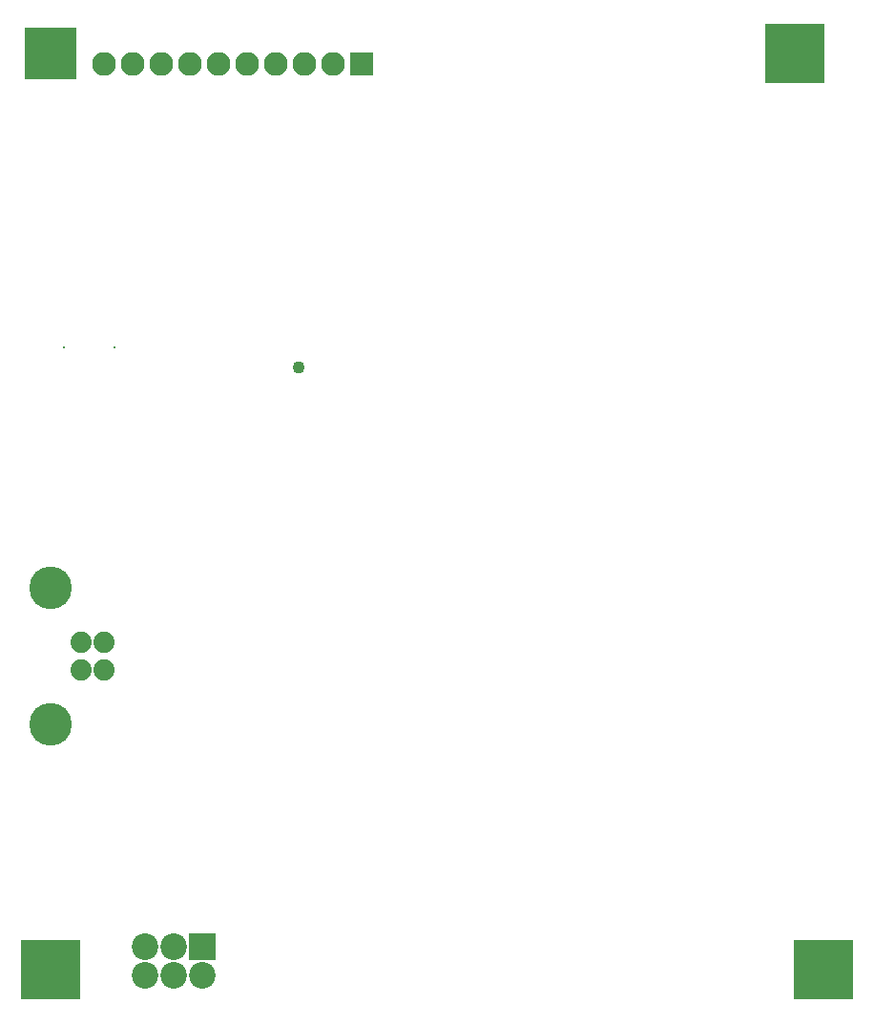
<source format=gbs>
G04 Layer_Color=16711935*
%FSAX24Y24*%
%MOIN*%
G70*
G01*
G75*
%ADD74C,0.0742*%
%ADD75C,0.1490*%
%ADD76C,0.0830*%
%ADD77R,0.0830X0.0830*%
%ADD78R,0.0080X0.0080*%
%ADD79C,0.0930*%
%ADD80R,0.0930X0.0930*%
%ADD81R,0.1830X0.1830*%
%ADD82R,0.2080X0.2080*%
%ADD83C,0.0430*%
D74*
X012567Y021969D02*
D03*
Y022953D02*
D03*
X013354D02*
D03*
Y021969D02*
D03*
D75*
X011500Y024831D02*
D03*
Y020091D02*
D03*
D76*
X013350Y043150D02*
D03*
X014350D02*
D03*
X015350D02*
D03*
X016350D02*
D03*
X017350D02*
D03*
X018350D02*
D03*
X019350D02*
D03*
X020350D02*
D03*
X021350D02*
D03*
D77*
X022350D02*
D03*
D78*
X011968Y033228D02*
D03*
X013740D02*
D03*
D79*
X014800Y011300D02*
D03*
Y012300D02*
D03*
X015800Y011300D02*
D03*
Y012300D02*
D03*
X016800Y011300D02*
D03*
D80*
Y012300D02*
D03*
D81*
X011500Y043500D02*
D03*
D82*
X037500D02*
D03*
X038500Y011500D02*
D03*
X011500D02*
D03*
D83*
X020150Y032550D02*
D03*
M02*

</source>
